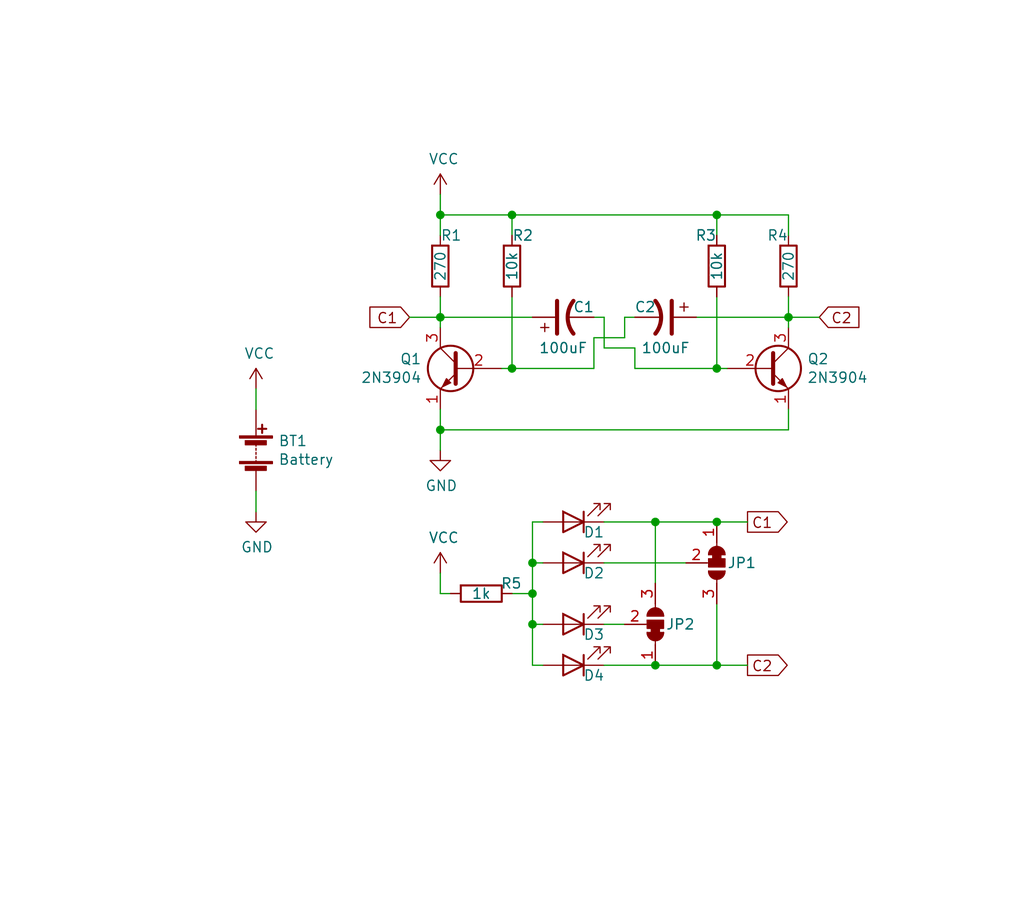
<source format=kicad_sch>
(kicad_sch (version 20211123) (generator eeschema)
  (paper "User" 127 114.3)
  (title_block (title "Blinky Circuit Kit") (rev "1.1") (comment 2 "Jamal Bouajjaj"))
  (lib_symbols
    (symbol "Device:Battery" (pin_numbers hide) (pin_names (offset 0) hide)
      (property "Reference" "BT" (at 2.54 2.54 0))
      (property "Value" "Battery" (at 2.54 0 0))
      (symbol "Battery_0_1"
        (rectangle (start -2.032 -1.397) (end 2.032 -1.651) (fill (type outline)))
        (rectangle (start -2.032 1.778) (end 2.032 1.524) (fill (type outline)))
        (rectangle (start -1.3208 -1.9812) (end 1.27 -2.4892) (fill (type outline)))
        (rectangle (start -1.3208 1.1938) (end 1.27 0.6858) (fill (type outline)))
        (polyline (pts (xy 0 -1.524) (xy 0 -1.27)))
        (polyline (pts (xy 0 -1.016) (xy 0 -0.762)))
        (polyline (pts (xy 0 -0.508) (xy 0 -0.254)))
        (polyline (pts (xy 0 0) (xy 0 0.254)))
        (polyline (pts (xy 0 0.508) (xy 0 0.762)))
        (polyline (pts (xy 0 1.778) (xy 0 2.54)))
        (polyline (pts (xy 0.254 2.667) (xy 1.27 2.667)) (stroke (width 0.254)))
        (polyline (pts (xy 0.762 3.175) (xy 0.762 2.159)) (stroke (width 0.254)))
      )
      (symbol "Battery_1_1"
        (pin passive line (at 0 5.08 270) (length 2.54) (name "+") (number "1"))
        (pin passive line (at 0 -5.08 90) (length 2.54) (name "-") (number "2"))
      )
    )
    (symbol "Device:C_Polarized_US" (pin_numbers hide) (pin_names (offset 0.254) hide)
      (property "Reference" "C" (at 0.635 2.54 0))
      (property "Value" "C_Polarized_US" (at 0.635 -2.54 0))
      (symbol "C_Polarized_US_0_1"
        (polyline (pts (xy -2.032 0.762) (xy 2.032 0.762)) (stroke (width 0.508)))
        (polyline (pts (xy -1.778 2.286) (xy -0.762 2.286)))
        (polyline (pts (xy -1.27 1.778) (xy -1.27 2.794)))
        (arc (start 2.032 -1.27) (mid 0 -0.5572) (end -2.032 -1.27) (stroke (width 0.508)))
      )
      (symbol "C_Polarized_US_1_1"
        (pin passive line (at 0 3.81 270) (length 2.794) (name "~") (number "1"))
        (pin passive line (at 0 -3.81 90) (length 3.302) (name "~") (number "2"))
      )
    )
    (symbol "Device:LED" (pin_numbers hide) (pin_names (offset 1.016) hide)
      (property "Reference" "D" (at 0 2.54 0))
      (property "Value" "LED" (at 0 -2.54 0))
      (symbol "LED_0_1"
        (polyline (pts (xy -1.27 -1.27) (xy -1.27 1.27)) (stroke (width 0.254)))
        (polyline (pts (xy -1.27 0) (xy 1.27 0)))
        (polyline (pts (xy 1.27 -1.27) (xy 1.27 1.27) (xy -1.27 0) (xy 1.27 -1.27)) (stroke (width 0.254)))
        (polyline (pts (xy -3.048 -0.762) (xy -4.572 -2.286) (xy -3.81 -2.286) (xy -4.572 -2.286) (xy -4.572 -1.524)))
        (polyline (pts (xy -1.778 -0.762) (xy -3.302 -2.286) (xy -2.54 -2.286) (xy -3.302 -2.286) (xy -3.302 -1.524)))
      )
      (symbol "LED_1_1"
        (pin passive line (at -3.81 0 0) (length 2.54) (name "K") (number "1"))
        (pin passive line (at 3.81 0 180) (length 2.54) (name "A") (number "2"))
      )
    )
    (symbol "Device:R" (pin_numbers hide) (pin_names (offset 0))
      (property "Reference" "R" (at 2.032 0 90))
      (property "Value" "R" (at 0 0 90))
      (symbol "R_0_1"
        (rectangle (start -1.016 -2.54) (end 1.016 2.54) (stroke (width 0.254)))
      )
      (symbol "R_1_1"
        (pin passive line (at 0 3.81 270) (length 1.27) (name "~") (number "1"))
        (pin passive line (at 0 -3.81 90) (length 1.27) (name "~") (number "2"))
      )
    )
    (symbol "Jumper:SolderJumper_3_Bridged12" (pin_names (offset 0) hide)
      (property "Reference" "JP" (at -2.54 -2.54 0))
      (property "Value" "SolderJumper_3_Bridged12" (at 0 2.794 0))
      (symbol "SolderJumper_3_Bridged12_0_1"
        (rectangle (start -1.016 0.508) (end -0.508 -0.508) (fill (type outline)))
        (arc (start -1.016 1.016) (mid -2.032 0) (end -1.016 -1.016))
        (arc (start -1.016 1.016) (mid -2.032 0) (end -1.016 -1.016) (fill (type outline)))
        (rectangle (start -0.508 1.016) (end 0.508 -1.016) (fill (type outline)))
        (polyline (pts (xy -2.54 0) (xy -2.032 0)))
        (polyline (pts (xy -1.016 1.016) (xy -1.016 -1.016)))
        (polyline (pts (xy 0 -1.27) (xy 0 -1.016)))
        (polyline (pts (xy 1.016 1.016) (xy 1.016 -1.016)))
        (polyline (pts (xy 2.54 0) (xy 2.032 0)))
        (arc (start 1.016 -1.016) (mid 2.032 0) (end 1.016 1.016))
        (arc (start 1.016 -1.016) (mid 2.032 0) (end 1.016 1.016) (fill (type outline)))
      )
      (symbol "SolderJumper_3_Bridged12_1_1"
        (pin passive line (at -5.08 0 0) (length 2.54) (name "A") (number "1"))
        (pin input line (at 0 -3.81 90) (length 2.54) (name "C") (number "2"))
        (pin passive line (at 5.08 0 180) (length 2.54) (name "B") (number "3"))
      )
    )
    (symbol "Transistor_BJT:2N3904" (pin_names (offset 0) hide)
      (property "Reference" "Q" (at 5.08 1.905 0))
      (property "Value" "2N3904" (at 5.08 0 0))
      (symbol "2N3904_0_1"
        (polyline (pts (xy 0.635 0.635) (xy 2.54 2.54)))
        (polyline (pts (xy 0.635 -0.635) (xy 2.54 -2.54) (xy 2.54 -2.54)))
        (polyline (pts (xy 0.635 1.905) (xy 0.635 -1.905) (xy 0.635 -1.905)) (stroke (width 0.508)))
        (polyline (pts (xy 1.27 -1.778) (xy 1.778 -1.27) (xy 2.286 -2.286) (xy 1.27 -1.778) (xy 1.27 -1.778)) (fill (type outline)))
        (circle (center 1.27 0) (radius 2.8194) (stroke (width 0.254)))
      )
      (symbol "2N3904_1_1"
        (pin passive line (at 2.54 -5.08 90) (length 2.54) (name "E") (number "1"))
        (pin passive line (at -5.08 0 0) (length 5.715) (name "B") (number "2"))
        (pin passive line (at 2.54 5.08 270) (length 2.54) (name "C") (number "3"))
      )
    )
    (symbol "power:GND" (power) (pin_names (offset 0))
      (property "Value" "GND" (at 0 -3.81 0))
      (symbol "GND_0_1"
        (polyline (pts (xy 0 0) (xy 0 -1.27) (xy 1.27 -1.27) (xy 0 -2.54) (xy -1.27 -1.27) (xy 0 -1.27)))
      )
      (symbol "GND_1_1"
        (pin power_in line (at 0 0 270) (length 0) hide (name "GND") (number "1"))
      )
    )
    (symbol "power:VCC" (power) (pin_names (offset 0))
      (property "Value" "VCC" (at 0 3.81 0))
      (symbol "VCC_0_1"
        (polyline (pts (xy -0.762 1.27) (xy 0 2.54)))
        (polyline (pts (xy 0 0) (xy 0 2.54)))
        (polyline (pts (xy 0 2.54) (xy 0.762 1.27)))
      )
      (symbol "VCC_1_1"
        (pin power_in line (at 0 0 90) (length 0) hide (name "VCC") (number "1"))
      )
    )
  )
  (junction (at 66.04 73.66))
  (junction (at 88.9 82.55))
  (junction (at 88.9 26.67))
  (junction (at 88.9 64.77))
  (junction (at 54.61 53.34))
  (junction (at 81.28 82.55))
  (junction (at 97.79 39.37))
  (junction (at 63.5 45.72))
  (junction (at 66.04 69.85))
  (junction (at 63.5 26.67))
  (junction (at 88.9 45.72))
  (junction (at 81.28 64.77))
  (junction (at 54.61 26.67))
  (junction (at 54.61 39.37))
  (junction (at 66.04 77.47))
  (wire (pts (xy 74.93 43.18) (xy 78.74 43.18)))
  (wire (pts (xy 88.9 26.67) (xy 88.9 29.21)))
  (wire (pts (xy 54.61 26.67) (xy 63.5 26.67)))
  (wire (pts (xy 66.04 73.66) (xy 66.04 69.85)))
  (wire (pts (xy 63.5 45.72) (xy 62.23 45.72)))
  (wire (pts (xy 54.61 29.21) (xy 54.61 26.67)))
  (wire (pts (xy 73.66 41.91) (xy 73.66 45.72)))
  (wire (pts (xy 67.31 64.77) (xy 66.04 64.77)))
  (wire (pts (xy 66.04 39.37) (xy 54.61 39.37)))
  (wire (pts (xy 88.9 64.77) (xy 81.28 64.77)))
  (wire (pts (xy 81.28 82.55) (xy 74.93 82.55)))
  (wire (pts (xy 54.61 73.66) (xy 55.88 73.66)))
  (wire (pts (xy 77.47 41.91) (xy 73.66 41.91)))
  (wire (pts (xy 97.79 26.67) (xy 88.9 26.67)))
  (wire (pts (xy 85.09 69.85) (xy 74.93 69.85)))
  (wire (pts (xy 66.04 82.55) (xy 66.04 77.47)))
  (wire (pts (xy 54.61 24.13) (xy 54.61 26.67)))
  (wire (pts (xy 88.9 36.83) (xy 88.9 45.72)))
  (wire (pts (xy 81.28 64.77) (xy 74.93 64.77)))
  (wire (pts (xy 92.71 82.55) (xy 88.9 82.55)))
  (wire (pts (xy 31.75 50.8) (xy 31.75 48.26)))
  (wire (pts (xy 63.5 26.67) (xy 63.5 29.21)))
  (wire (pts (xy 77.47 77.47) (xy 74.93 77.47)))
  (wire (pts (xy 73.66 39.37) (xy 74.93 39.37)))
  (wire (pts (xy 101.6 39.37) (xy 97.79 39.37)))
  (wire (pts (xy 81.28 72.39) (xy 81.28 64.77)))
  (wire (pts (xy 97.79 39.37) (xy 97.79 40.64)))
  (wire (pts (xy 63.5 26.67) (xy 88.9 26.67)))
  (wire (pts (xy 31.75 63.5) (xy 31.75 60.96)))
  (wire (pts (xy 86.36 39.37) (xy 97.79 39.37)))
  (wire (pts (xy 77.47 39.37) (xy 77.47 41.91)))
  (wire (pts (xy 66.04 64.77) (xy 66.04 69.85)))
  (wire (pts (xy 67.31 82.55) (xy 66.04 82.55)))
  (wire (pts (xy 63.5 36.83) (xy 63.5 45.72)))
  (wire (pts (xy 67.31 77.47) (xy 66.04 77.47)))
  (wire (pts (xy 88.9 45.72) (xy 90.17 45.72)))
  (wire (pts (xy 54.61 53.34) (xy 54.61 50.8)))
  (wire (pts (xy 97.79 53.34) (xy 54.61 53.34)))
  (wire (pts (xy 54.61 53.34) (xy 54.61 55.88)))
  (wire (pts (xy 73.66 45.72) (xy 63.5 45.72)))
  (wire (pts (xy 78.74 45.72) (xy 88.9 45.72)))
  (wire (pts (xy 74.93 39.37) (xy 74.93 43.18)))
  (wire (pts (xy 78.74 43.18) (xy 78.74 45.72)))
  (wire (pts (xy 66.04 69.85) (xy 67.31 69.85)))
  (wire (pts (xy 78.74 39.37) (xy 77.47 39.37)))
  (wire (pts (xy 92.71 64.77) (xy 88.9 64.77)))
  (wire (pts (xy 97.79 36.83) (xy 97.79 39.37)))
  (wire (pts (xy 54.61 36.83) (xy 54.61 39.37)))
  (wire (pts (xy 54.61 39.37) (xy 50.8 39.37)))
  (wire (pts (xy 88.9 74.93) (xy 88.9 82.55)))
  (wire (pts (xy 66.04 77.47) (xy 66.04 73.66)))
  (wire (pts (xy 63.5 73.66) (xy 66.04 73.66)))
  (wire (pts (xy 54.61 39.37) (xy 54.61 40.64)))
  (wire (pts (xy 88.9 82.55) (xy 81.28 82.55)))
  (wire (pts (xy 97.79 29.21) (xy 97.79 26.67)))
  (wire (pts (xy 54.61 71.12) (xy 54.61 73.66)))
  (wire (pts (xy 97.79 50.8) (xy 97.79 53.34)))
  (global_label "C2" (shape output) (at 92.71 82.55 0) (property "Intersheet References" "${INTERSHEET_REFS}" (effects hide)))
  (global_label "C1" (shape input) (at 50.8 39.37 180) (property "Intersheet References" "${INTERSHEET_REFS}" (effects hide)))
  (global_label "C1" (shape output) (at 92.71 64.77 0) (property "Intersheet References" "${INTERSHEET_REFS}" (effects hide)))
  (global_label "C2" (shape input) (at 101.6 39.37 0) (property "Intersheet References" "${INTERSHEET_REFS}" (effects hide)))
  (symbol (lib_id "Device:C_Polarized_US") (at 69.85 39.37 90) (unit 1)
    (property "Reference" "C1" (at 72.39 38.1 90))
    (property "Value" "100uF" (at 69.85 43.18 90))
    (property "Footprint" "Capacitor_THT:CP_Radial_D6.3mm_P2.50mm" (effects hide))
  )
  (symbol (lib_id "Device:C_Polarized_US") (at 82.55 39.37 270) (unit 1)
    (property "Reference" "C2" (at 80.01 38.1 90))
    (property "Value" "100uF" (at 82.55 43.18 90))
    (property "Footprint" "Capacitor_THT:CP_Radial_D6.3mm_P2.50mm" (effects hide))
  )
  (symbol (lib_id "Device:R") (at 63.5 33.02 0) (unit 1)
    (property "Reference" "R2" (at 63.5 29.21 0) (effects (justify left)))
    (property "Value" "10k" (at 63.5 33.02 90))
    (property "Footprint" "Resistor_THT:R_Axial_DIN0207_L6.3mm_D2.5mm_P10.16mm_Horizontal" (effects hide))
  )
  (symbol (lib_id "power:GND") (at 31.75 63.5 0) (unit 1)
    (property "Reference" "#PWR04" (effects hide))
    (property "Value" "GND" (at 31.877 67.8942 0))
  )
  (symbol (lib_id "Device:Battery") (at 31.75 55.88 0) (unit 1)
    (property "Reference" "BT1" (at 34.4932 54.7116 0) (effects (justify left)))
    (property "Value" "Battery" (at 34.4932 57.023 0) (effects (justify left)))
    (property "Footprint" "Connector_PinHeader_2.54mm:PinHeader_1x02_P2.54mm_Vertical" (effects hide))
  )
  (symbol (lib_id "power:VCC") (at 31.75 48.26 0) (unit 1)
    (property "Reference" "#PWR02" (effects hide))
    (property "Value" "VCC" (at 32.1818 43.8658 0))
  )
  (symbol (lib_id "Transistor_BJT:2N3904") (at 57.15 45.72 0) (mirror y) (unit 1)
    (property "Reference" "Q1" (at 52.324 44.5516 0) (effects (justify left)))
    (property "Value" "2N3904" (at 52.324 46.863 0) (effects (justify left)))
    (property "Footprint" "Package_TO_SOT_THT:TO-92_Wide" (effects hide))
    (property "Datasheet" "https://www.fairchildsemi.com/datasheets/2N/2N3904.pdf" (effects hide))
  )
  (symbol (lib_id "Device:R") (at 54.61 33.02 0) (unit 1)
    (property "Reference" "R1" (at 54.61 29.21 0) (effects (justify left)))
    (property "Value" "270" (at 54.61 33.02 90))
    (property "Footprint" "Resistor_THT:R_Axial_DIN0207_L6.3mm_D2.5mm_P10.16mm_Horizontal" (effects hide))
  )
  (symbol (lib_id "Device:R") (at 88.9 33.02 0) (mirror y) (unit 1)
    (property "Reference" "R3" (at 88.9 29.21 0) (effects (justify left)))
    (property "Value" "10k" (at 88.9 33.02 90))
    (property "Footprint" "Resistor_THT:R_Axial_DIN0207_L6.3mm_D2.5mm_P10.16mm_Horizontal" (effects hide))
  )
  (symbol (lib_id "Transistor_BJT:2N3904") (at 95.25 45.72 0) (unit 1)
    (property "Reference" "Q2" (at 100.076 44.5516 0) (effects (justify left)))
    (property "Value" "2N3904" (at 100.076 46.863 0) (effects (justify left)))
    (property "Footprint" "Package_TO_SOT_THT:TO-92_Wide" (effects hide))
    (property "Datasheet" "https://www.fairchildsemi.com/datasheets/2N/2N3904.pdf" (effects hide))
  )
  (symbol (lib_id "Device:R") (at 97.79 33.02 0) (mirror y) (unit 1)
    (property "Reference" "R4" (at 97.79 29.21 0) (effects (justify left)))
    (property "Value" "270" (at 97.79 33.02 90))
    (property "Footprint" "Resistor_THT:R_Axial_DIN0207_L6.3mm_D2.5mm_P10.16mm_Horizontal" (effects hide))
  )
  (symbol (lib_id "power:VCC") (at 54.61 24.13 0) (unit 1)
    (property "Reference" "#PWR01" (effects hide))
    (property "Value" "VCC" (at 55.0418 19.7358 0))
  )
  (symbol (lib_id "power:GND") (at 54.61 55.88 0) (unit 1)
    (property "Reference" "#PWR03" (effects hide))
    (property "Value" "GND" (at 54.737 60.2742 0))
  )
  (symbol (lib_id "Device:R") (at 59.69 73.66 90) (mirror x) (unit 1)
    (property "Reference" "R5" (at 64.77 72.39 90) (effects (justify left)))
    (property "Value" "1k" (at 59.69 73.66 90))
    (property "Footprint" "Resistor_THT:R_Axial_DIN0207_L6.3mm_D2.5mm_P10.16mm_Horizontal" (effects hide))
  )
  (symbol (lib_id "Device:LED") (at 71.12 69.85 180) (unit 1)
    (property "Reference" "D2" (at 73.66 71.12 0))
    (property "Value" "LED" (effects hide))
    (property "Footprint" "LED_THT:LED_D5.0mm" (effects hide))
  )
  (symbol (lib_id "Device:LED") (at 71.12 64.77 180) (unit 1)
    (property "Reference" "D1" (at 73.66 66.04 0))
    (property "Value" "LED" (effects hide))
    (property "Footprint" "LED_THT:LED_D5.0mm" (effects hide))
  )
  (symbol (lib_id "Device:LED") (at 71.12 82.55 180) (unit 1)
    (property "Reference" "D4" (at 73.66 83.82 0))
    (property "Value" "LED" (effects hide))
    (property "Footprint" "LED_THT:LED_D5.0mm" (effects hide))
  )
  (symbol (lib_id "Device:LED") (at 71.12 77.47 180) (unit 1)
    (property "Reference" "D3" (at 73.66 78.74 0))
    (property "Value" "LED" (effects hide))
    (property "Footprint" "LED_THT:LED_D5.0mm" (effects hide))
  )
  (symbol (lib_id "power:VCC") (at 54.61 71.12 0) (unit 1)
    (property "Reference" "#PWR05" (effects hide))
    (property "Value" "VCC" (at 55.0418 66.7258 0))
  )
  (symbol (lib_id "Jumper:SolderJumper_3_Bridged12") (at 88.9 69.85 270) (unit 1)
    (property "Reference" "JP1" (at 90.17 69.85 90) (effects (justify left)))
    (property "Value" "SolderJumper_3_Bridged12" (effects hide))
    (property "Footprint" "Jumper:SolderJumper-3_P1.3mm_Bridged12_Pad1.0x1.5mm" (effects hide))
  )
  (symbol (lib_id "Jumper:SolderJumper_3_Bridged12") (at 81.28 77.47 270) (mirror x) (unit 1)
    (property "Reference" "JP2" (at 82.55 77.47 90) (effects (justify left)))
    (property "Value" "SolderJumper_3_Bridged12" (effects hide))
    (property "Footprint" "Jumper:SolderJumper-3_P1.3mm_Bridged12_Pad1.0x1.5mm" (effects hide))
  )
)
</source>
